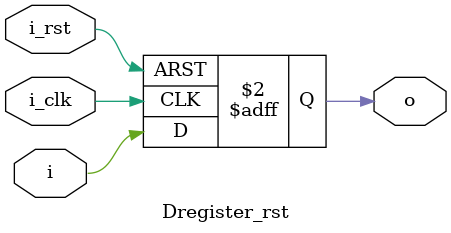
<source format=v>
module Dregister_rst #(
        parameter WIDTH = 1,
        parameter [WIDTH-1:0] RESET_VALUE = {WIDTH{1'b0}}
)(
        input   wire    [WIDTH-1:0]     i,
        output  reg     [WIDTH-1:0]     o,
        input   wire                    i_clk,
        input   wire                    i_rst
);

always @(posedge i_clk or posedge i_rst)
        if(i_rst) o <= #1 RESET_VALUE;
        else o <= #1 i;

endmodule


</source>
